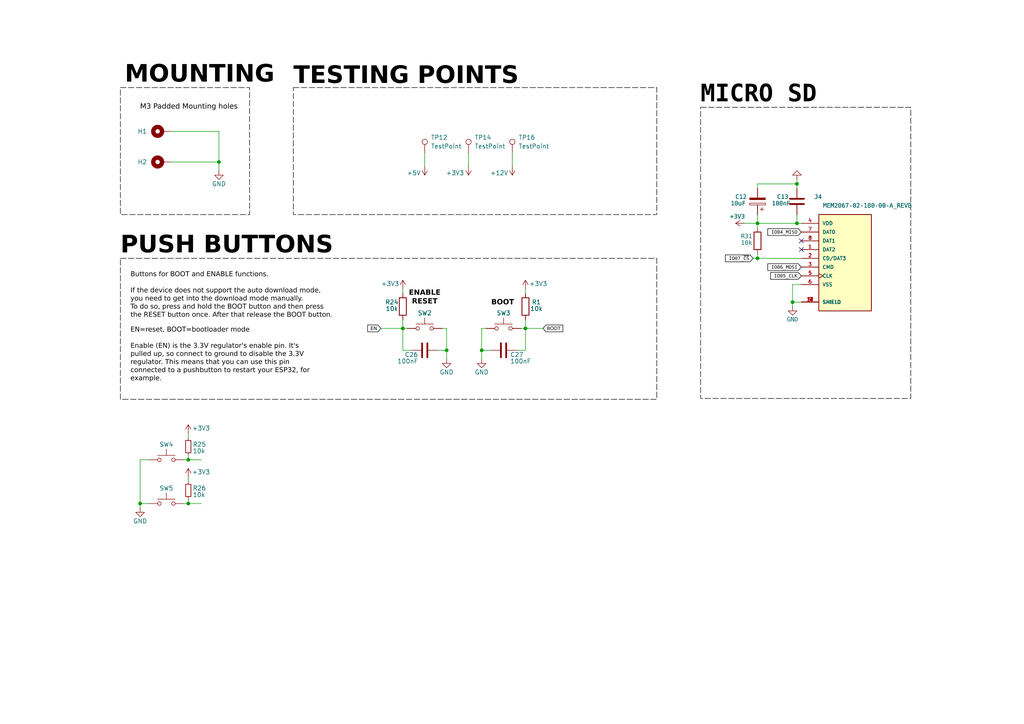
<source format=kicad_sch>
(kicad_sch (version 20250114) (generator "eeschema") (generator_version "9.0")
  (paper "A4")
  (lib_symbols
    (symbol "Connector:TestPoint" (pin_numbers (hide yes)) (pin_names (offset 0.762) (hide yes))
      (property "Reference" "TP" (at 0 6.858 0))
      (property "Value" "TestPoint" (at 0 5.08 0))
      (symbol "TestPoint_0_1"
        (circle (center 0 3.302) (radius 0.762))
      )
      (symbol "TestPoint_1_1"
        (pin passive line (at 0 0 90) (length 2.54) (name "1") (number "1"))
      )
    )
    (symbol "Device:C" (pin_numbers (hide yes)) (pin_names (offset 0.254))
      (property "Reference" "C" (at 0.635 2.54 0))
      (property "Value" "C" (at 0.635 -2.54 0))
      (symbol "C_0_1"
        (polyline (pts (xy -2.032 0.762) (xy 2.032 0.762)) (stroke (width 0.508)))
        (polyline (pts (xy -2.032 -0.762) (xy 2.032 -0.762)) (stroke (width 0.508)))
      )
      (symbol "C_1_1"
        (pin passive line (at 0 3.81 270) (length 2.794) (name "~") (number "1"))
        (pin passive line (at 0 -3.81 90) (length 2.794) (name "~") (number "2"))
      )
    )
    (symbol "Device:C_Polarized" (pin_numbers (hide yes)) (pin_names (offset 0.254))
      (property "Reference" "C" (at 0.635 2.54 0))
      (property "Value" "C_Polarized" (at 0.635 -2.54 0))
      (symbol "C_Polarized_0_1"
        (rectangle (start -2.286 0.508) (end 2.286 1.016))
        (polyline (pts (xy -1.778 2.286) (xy -0.762 2.286)))
        (polyline (pts (xy -1.27 2.794) (xy -1.27 1.778)))
        (rectangle (start 2.286 -0.508) (end -2.286 -1.016) (fill (type outline)))
      )
      (symbol "C_Polarized_1_1"
        (pin passive line (at 0 3.81 270) (length 2.794) (name "~") (number "1"))
        (pin passive line (at 0 -3.81 90) (length 2.794) (name "~") (number "2"))
      )
    )
    (symbol "Device:R" (pin_numbers (hide yes)) (pin_names (offset 0))
      (property "Reference" "R" (at 2.032 0 90))
      (property "Value" "R" (at 0 0 90))
      (symbol "R_0_1"
        (rectangle (start -1.016 -2.54) (end 1.016 2.54) (stroke (width 0.254)))
      )
      (symbol "R_1_1"
        (pin passive line (at 0 3.81 270) (length 1.27) (name "~") (number "1"))
        (pin passive line (at 0 -3.81 90) (length 1.27) (name "~") (number "2"))
      )
    )
    (symbol "Device:R_Small" (pin_numbers (hide yes)) (pin_names (offset 0.254) (hide yes))
      (property "Reference" "R" (at 0.762 0.508 0))
      (property "Value" "R_Small" (at 0.762 -1.016 0))
      (symbol "R_Small_0_1"
        (rectangle (start -0.762 1.778) (end 0.762 -1.778) (stroke (width 0.2032)))
      )
      (symbol "R_Small_1_1"
        (pin passive line (at 0 2.54 270) (length 0.762) (name "~") (number "1"))
        (pin passive line (at 0 -2.54 90) (length 0.762) (name "~") (number "2"))
      )
    )
    (symbol "Mechanical:MountingHole_Pad" (pin_numbers (hide yes)) (pin_names (offset 1.016) (hide yes))
      (property "Reference" "H" (at 0 6.35 0))
      (property "Value" "MountingHole_Pad" (at 0 4.445 0))
      (symbol "MountingHole_Pad_0_1"
        (circle (center 0 1.27) (radius 1.27) (stroke (width 1.27)))
      )
      (symbol "MountingHole_Pad_1_1"
        (pin input line (at 0 -2.54 90) (length 2.54) (name "1") (number "1"))
      )
    )
    (symbol "SchrackThingy_library:MEM2067-02-180-00-A_REVB" (pin_names (offset 1.016))
      (property "Reference" "J" (at 0 12.7117 0))
      (property "Value" "MEM2067-02-180-00-A_REVB" (at 0 -17.7826 0))
      (symbol "MEM2067-02-180-00-A_REVB_0_0"
        (rectangle (start 0 -15.24) (end 15.24 12.7) (stroke (width 0.254)) (fill (type background)))
        (pin power_in line (at -5.08 10.16 0) (length 5.08) (name "VDD") (number "4"))
        (pin bidirectional line (at -5.08 7.62 0) (length 5.08) (name "DAT0") (number "7"))
        (pin bidirectional line (at -5.08 5.08 0) (length 5.08) (name "DAT1") (number "8"))
        (pin bidirectional line (at -5.08 2.54 0) (length 5.08) (name "DAT2") (number "1"))
        (pin bidirectional line (at -5.08 0 0) (length 5.08) (name "CD/DAT3") (number "2"))
        (pin bidirectional line (at -5.08 -2.54 0) (length 5.08) (name "CMD") (number "3"))
        (pin bidirectional clock (at -5.08 -5.08 0) (length 5.08) (name "CLK") (number "5"))
        (pin power_in line (at -5.08 -7.62 0) (length 5.08) (name "VSS") (number "6"))
        (pin passive line (at -5.08 -12.7 0) (length 5.08) (name "SHIELD") (number "10"))
        (pin passive line (at -5.08 -12.7 0) (length 5.08) (name "SHIELD") (number "11"))
        (pin passive line (at -5.08 -12.7 0) (length 5.08) (name "SHIELD") (number "12"))
        (pin passive line (at -5.08 -12.7 0) (length 5.08) (name "SHIELD") (number "9"))
      )
    )
    (symbol "Switch:SW_Push" (pin_numbers (hide yes)) (pin_names (offset 1.016) (hide yes))
      (property "Reference" "SW" (at 1.27 2.54 0))
      (property "Value" "SW_Push" (at 0 -1.524 0))
      (symbol "SW_Push_0_1"
        (circle (center -2.032 0) (radius 0.508))
        (polyline (pts (xy 0 1.27) (xy 0 3.048)))
        (circle (center 2.032 0) (radius 0.508))
        (polyline (pts (xy 2.54 1.27) (xy -2.54 1.27)))
        (pin passive line (at -5.08 0 0) (length 2.54) (name "1") (number "1"))
        (pin passive line (at 5.08 0 180) (length 2.54) (name "2") (number "2"))
      )
    )
    (symbol "power:+12V" (power) (pin_numbers (hide yes)) (pin_names (offset 0) (hide yes))
      (property "Value" "+12V" (at 0 3.556 0))
      (symbol "+12V_0_1"
        (polyline (pts (xy -0.762 1.27) (xy 0 2.54)))
        (polyline (pts (xy 0 2.54) (xy 0.762 1.27)))
        (polyline (pts (xy 0 0) (xy 0 2.54)))
      )
      (symbol "+12V_1_1"
        (pin power_in line (at 0 0 90) (length 0) (name "~") (number "1"))
      )
    )
    (symbol "power:+3V3" (power) (pin_names (offset 0))
      (property "Value" "+3V3" (at 0 3.556 0))
      (symbol "+3V3_0_1"
        (polyline (pts (xy -0.762 1.27) (xy 0 2.54)))
        (polyline (pts (xy 0 2.54) (xy 0.762 1.27)))
        (polyline (pts (xy 0 0) (xy 0 2.54)))
      )
      (symbol "+3V3_1_1"
        (pin power_in line (at 0 0 90) (length 0) (hide yes) (name "+3V3") (number "1"))
      )
    )
    (symbol "power:+5V" (power) (pin_numbers (hide yes)) (pin_names (offset 0) (hide yes))
      (property "Value" "+5V" (at 0 3.556 0))
      (symbol "+5V_0_1"
        (polyline (pts (xy -0.762 1.27) (xy 0 2.54)))
        (polyline (pts (xy 0 2.54) (xy 0.762 1.27)))
        (polyline (pts (xy 0 0) (xy 0 2.54)))
      )
      (symbol "+5V_1_1"
        (pin power_in line (at 0 0 90) (length 0) (name "~") (number "1"))
      )
    )
    (symbol "power:GND" (power) (pin_names (offset 0))
      (property "Value" "GND" (at 0 -3.81 0))
      (symbol "GND_0_1"
        (polyline (pts (xy 0 0) (xy 0 -1.27) (xy 1.27 -1.27) (xy 0 -2.54) (xy -1.27 -1.27) (xy 0 -1.27)))
      )
      (symbol "GND_1_1"
        (pin power_in line (at 0 0 270) (length 0) (hide yes) (name "GND") (number "1"))
      )
    )
  )
  (rectangle (start 34.925 74.93) (end 190.5 115.824) (stroke (width 0) (type dash) (color 0 0 0 1)))
  (rectangle (start 203.2 31.115) (end 264.16 115.57) (stroke (width 0) (type dash) (color 0 0 0 1)))
  (rectangle (start 85.09 25.4) (end 190.5 62.23) (stroke (width 0) (type dash) (color 0 0 0 1)))
  (rectangle (start 34.925 25.4) (end 72.39 62.23) (stroke (width 0) (type dash) (color 0 0 0 1)))
  (text "ENABLE\nRESET" (at 123.19 88.9 0) (effects (font (size 1.5 1.5) (thickness 0.254) (bold yes)) (justify bottom)))
  (text "PUSH BUTTONS" (at 34.925 75.565 0) (effects (font (size 5 5) (bold yes)) (justify left bottom)))
  (text "BOOT" (at 145.796 89.154 0) (effects (font (size 1.5 1.5) (bold yes)) (justify bottom)))
  (text "Buttons for BOOT and ENABLE functions.\n\nIf the device does not support the auto download mode,\nyou need to get into the download mode manually. \nTo do so, press and hold the BOOT button and then press \nthe RESET button once. After that release the BOOT button." (at 37.846 92.71 0) (effects (font (size 1.4 1.4) (italic yes)) (justify left bottom)))
  (text "MOUNTING" (at 36.195 26.035 0) (effects (font (size 5 5) (bold yes)) (justify left bottom)))
  (text "EN=reset, BOOT=bootloader mode\n\nEnable (EN) is the 3.3V regulator's enable pin. It's\npulled up, so connect to ground to disable the 3.3V\nregulator. This means that you can use this pin\nconnected to a pushbutton to restart your ESP32, for\nexample." (at 37.846 111.125 0) (effects (font (size 1.4 1.4) (italic yes)) (justify left bottom)))
  (text "M3 Padded Mounting holes" (at 40.64 32.385 0) (effects (font (size 1.5 1.5)) (justify left bottom)))
  (text "TESTING POINTS" (at 85.09 23.495 0) (effects (font (size 5 5) (thickness 1.2) (bold yes)) (justify left)))
  (text "MICRO SD" (at 203.2 31.75 0) (effects (font (size 5 5) (bold yes)) (justify left bottom)))
  (junction (at 229.87 87.63))
  (junction (at 54.61 133.35))
  (junction (at 219.71 64.77))
  (junction (at 116.84 95.25))
  (junction (at 40.64 146.05))
  (junction (at 231.14 64.77))
  (junction (at 139.7 101.6))
  (junction (at 152.4 95.25))
  (junction (at 129.54 101.6))
  (junction (at 54.61 146.05))
  (junction (at 231.14 53.34))
  (junction (at 63.5 46.99))
  (junction (at 219.71 74.93))
  (no_connect (at 232.41 69.85))
  (no_connect (at 232.41 72.39))
  (wire (pts (xy 116.84 92.71) (xy 116.84 95.25)))
  (wire (pts (xy 231.14 53.34) (xy 231.14 54.61)))
  (wire (pts (xy 152.4 95.25) (xy 152.4 101.6)))
  (wire (pts (xy 219.71 53.34) (xy 219.71 54.61)))
  (wire (pts (xy 231.14 52.07) (xy 231.14 53.34)))
  (wire (pts (xy 54.61 132.08) (xy 54.61 133.35)))
  (wire (pts (xy 123.19 48.26) (xy 123.19 44.45)))
  (wire (pts (xy 129.54 95.25) (xy 128.27 95.25)))
  (wire (pts (xy 229.87 82.55) (xy 232.41 82.55)))
  (wire (pts (xy 229.87 87.63) (xy 232.41 87.63)))
  (wire (pts (xy 49.53 46.99) (xy 63.5 46.99)))
  (wire (pts (xy 149.86 101.6) (xy 152.4 101.6)))
  (wire (pts (xy 148.59 48.26) (xy 148.59 44.45)))
  (wire (pts (xy 152.4 95.25) (xy 151.13 95.25)))
  (wire (pts (xy 40.64 147.32) (xy 40.64 146.05)))
  (wire (pts (xy 54.61 133.35) (xy 58.42 133.35)))
  (wire (pts (xy 139.7 104.14) (xy 139.7 101.6)))
  (wire (pts (xy 219.71 73.66) (xy 219.71 74.93)))
  (wire (pts (xy 231.14 64.77) (xy 232.41 64.77)))
  (wire (pts (xy 63.5 46.99) (xy 63.5 49.53)))
  (wire (pts (xy 129.54 95.25) (xy 129.54 101.6)))
  (wire (pts (xy 139.7 95.25) (xy 139.7 101.6)))
  (wire (pts (xy 152.4 95.25) (xy 157.48 95.25)))
  (wire (pts (xy 54.61 125.73) (xy 54.61 127)))
  (wire (pts (xy 219.71 64.77) (xy 219.71 66.04)))
  (wire (pts (xy 219.71 74.93) (xy 232.41 74.93)))
  (wire (pts (xy 229.87 88.9) (xy 229.87 87.63)))
  (wire (pts (xy 152.4 92.71) (xy 152.4 95.25)))
  (wire (pts (xy 40.64 133.35) (xy 40.64 146.05)))
  (wire (pts (xy 139.7 101.6) (xy 142.24 101.6)))
  (wire (pts (xy 54.61 146.05) (xy 53.34 146.05)))
  (wire (pts (xy 135.89 48.26) (xy 135.89 44.45)))
  (wire (pts (xy 54.61 144.78) (xy 54.61 146.05)))
  (wire (pts (xy 40.64 146.05) (xy 43.18 146.05)))
  (wire (pts (xy 139.7 95.25) (xy 140.97 95.25)))
  (wire (pts (xy 54.61 138.43) (xy 54.61 139.7)))
  (wire (pts (xy 40.64 133.35) (xy 43.18 133.35)))
  (wire (pts (xy 49.53 38.1) (xy 63.5 38.1)))
  (wire (pts (xy 129.54 104.14) (xy 129.54 101.6)))
  (wire (pts (xy 218.44 74.93) (xy 219.71 74.93)))
  (wire (pts (xy 129.54 101.6) (xy 127 101.6)))
  (wire (pts (xy 116.84 85.09) (xy 116.84 83.82)))
  (wire (pts (xy 231.14 62.23) (xy 231.14 64.77)))
  (wire (pts (xy 58.42 146.05) (xy 54.61 146.05)))
  (wire (pts (xy 110.49 95.25) (xy 116.84 95.25)))
  (wire (pts (xy 219.71 64.77) (xy 231.14 64.77)))
  (wire (pts (xy 152.4 85.09) (xy 152.4 83.82)))
  (wire (pts (xy 229.87 87.63) (xy 229.87 82.55)))
  (wire (pts (xy 116.84 95.25) (xy 116.84 101.6)))
  (wire (pts (xy 119.38 101.6) (xy 116.84 101.6)))
  (wire (pts (xy 215.9 64.77) (xy 219.71 64.77)))
  (wire (pts (xy 53.34 133.35) (xy 54.61 133.35)))
  (wire (pts (xy 219.71 62.23) (xy 219.71 64.77)))
  (wire (pts (xy 116.84 95.25) (xy 118.11 95.25)))
  (wire (pts (xy 231.14 53.34) (xy 219.71 53.34)))
  (wire (pts (xy 63.5 38.1) (xy 63.5 46.99)))
  (global_label "IO04_MISO" (shape input) (at 232.41 67.31 180) (effects (font (size 1 1))) (property "Intersheetrefs" "${INTERSHEET_REFS}" (effects (hide yes))))
  (global_label "BOOT" (shape input) (at 157.48 95.25 0) (effects (font (size 1 1))) (property "Intersheetrefs" "${INTERSHEET_REFS}" (effects (hide yes))))
  (global_label "IO05_CLK" (shape input) (at 232.41 80.01 180) (effects (font (size 1 1))) (property "Intersheetrefs" "${INTERSHEET_REFS}" (effects (hide yes))))
  (global_label "IO06_MOSI" (shape input) (at 232.41 77.47 180) (effects (font (size 1 1))) (property "Intersheetrefs" "${INTERSHEET_REFS}" (effects (hide yes))))
  (global_label "IO07_~{CS}" (shape input) (at 218.44 74.93 180) (effects (font (size 1 1))) (property "Intersheetrefs" "${INTERSHEET_REFS}" (effects (hide yes))))
  (global_label "EN" (shape input) (at 110.49 95.25 180) (effects (font (size 1 1))) (property "Intersheetrefs" "${INTERSHEET_REFS}" (effects (hide yes))))
  (symbol (lib_id "Connector:TestPoint") (at 148.59 44.45 0) (unit 1)
    (property "Reference" "TP16" (at 150.368 39.878 0) (effects (justify left)))
    (property "Value" "TestPoint" (at 150.368 42.418 0) (effects (justify left)))
    (property "Footprint" "TestPoint:TestPoint_Pad_D1.0mm" (effects (hide yes)))
    (property "Description" "test point" (effects (hide yes)))
  )
  (symbol (lib_id "power:+3V3") (at 135.89 48.26 180) (unit 1)
    (property "Reference" "#PWR076" (effects (hide yes)))
    (property "Value" "+3V3" (at 134.62 50.165 0) (effects (justify left)))
  )
  (symbol (lib_id "Device:R") (at 116.84 88.9 180) (unit 1)
    (property "Reference" "R24" (at 113.665 87.63 0))
    (property "Value" "10k" (at 113.665 89.535 0))
    (property "Footprint" "Resistor_SMD:R_0805_2012Metric_Pad1.20x1.40mm_HandSolder" (effects (hide yes)))
  )
  (symbol (lib_id "power:GND") (at 129.54 104.14 0) (mirror y) (unit 1)
    (property "Reference" "#PWR077" (effects (hide yes)))
    (property "Value" "GND" (at 129.54 107.95 0))
  )
  (symbol (lib_id "power:+3V3") (at 54.61 138.43 0) (mirror y) (unit 1)
    (property "Reference" "#PWR082" (effects (hide yes)))
    (property "Value" "+3V3" (at 60.96 136.906 0) (effects (justify left)))
  )
  (symbol (lib_id "power:GND") (at 229.87 88.9 0) (unit 1)
    (property "Reference" "#PWR0105" (effects (hide yes)))
    (property "Value" "GND" (at 229.87 92.71 0))
  )
  (symbol (lib_id "Device:C") (at 123.19 101.6 90) (unit 1)
    (property "Reference" "C26" (at 121.285 102.87 90) (effects (justify left)))
    (property "Value" "100nF" (at 121.285 104.775 90) (effects (justify left)))
    (property "Footprint" "Capacitor_SMD:C_0805_2012Metric_Pad1.18x1.45mm_HandSolder" (effects (hide yes)))
  )
  (symbol (lib_id "Switch:SW_Push") (at 123.19 95.25 0) (mirror y) (unit 1)
    (property "Reference" "SW2" (at 123.19 90.805 0))
    (property "Value" "SW_Push" (effects (hide yes)))
    (property "Footprint" "sumec_brd:SW_SPST_EVQPE1" (effects (hide yes)))
    (property "Datasheet" "https://cz.mouser.com/ProductDetail/Panasonic/EVQ-PE104K?qs=wX5mvoJE4NGLiYsCBZAptQ%3D%3D" (effects (hide yes)))
  )
  (symbol (lib_id "Switch:SW_Push") (at 48.26 146.05 0) (unit 1)
    (property "Reference" "SW5" (at 48.26 141.605 0))
    (property "Value" "SW_Push" (effects (hide yes)))
    (property "Footprint" "sumec_brd:SW_SPST_EVQPE1" (effects (hide yes)))
  )
  (symbol (lib_id "Device:C") (at 146.05 101.6 270) (mirror x) (unit 1)
    (property "Reference" "C27" (at 147.955 102.87 90) (effects (justify left)))
    (property "Value" "100nF" (at 147.955 104.775 90) (effects (justify left)))
    (property "Footprint" "Capacitor_SMD:C_0805_2012Metric_Pad1.18x1.45mm_HandSolder" (effects (hide yes)))
  )
  (symbol (lib_id "Mechanical:MountingHole_Pad") (at 46.99 46.99 90) (unit 1) (in_bom no)
    (property "Reference" "H2" (at 41.275 46.99 90))
    (property "Value" "Mounting Hole M3" (effects (hide yes)))
    (property "Footprint" "MountingHole:MountingHole_3.2mm_M3_Pad_Via" (effects (hide yes)))
    (property "Description" "Mounting Hole with connection" (effects (hide yes)))
  )
  (symbol (lib_id "power:GND") (at 40.64 147.32 0) (mirror y) (unit 1)
    (property "Reference" "#PWR080" (effects (hide yes)))
    (property "Value" "GND" (at 40.64 151.13 0))
  )
  (symbol (lib_id "power:+3V3") (at 152.4 83.82 0) (mirror y) (unit 1)
    (property "Reference" "#PWR057" (effects (hide yes)))
    (property "Value" "+3V3" (at 158.75 82.296 0) (effects (justify left)))
  )
  (symbol (lib_id "power:+3V3") (at 215.9 64.77 90) (unit 1)
    (property "Reference" "#PWR0104" (effects (hide yes)))
    (property "Value" "+3V3" (at 216.535 62.865 90) (effects (justify left)))
  )
  (symbol (lib_id "Device:C_Polarized") (at 219.71 58.42 180) (unit 1)
    (property "Reference" "C12" (at 216.535 57.15 0) (effects (justify left)))
    (property "Value" "10uF" (at 216.535 59.055 0) (effects (justify left)))
    (property "Footprint" "Capacitor_Tantalum_SMD:CP_EIA-3216-18_Kemet-A_Pad1.58x1.35mm_HandSolder" (effects (hide yes)))
    (property "Description" "Polarized capacitor" (effects (hide yes)))
  )
  (symbol (lib_id "Switch:SW_Push") (at 146.05 95.25 0) (unit 1)
    (property "Reference" "SW3" (at 146.05 90.805 0))
    (property "Value" "SW_Push" (effects (hide yes)))
    (property "Footprint" "sumec_brd:SW_SPST_EVQPE1" (effects (hide yes)))
  )
  (symbol (lib_id "power:GND") (at 231.14 52.07 180) (unit 1)
    (property "Reference" "#PWR0106" (effects (hide yes)))
    (property "Value" "GND" (effects (hide yes)))
  )
  (symbol (lib_id "SchrackThingy_library:MEM2067-02-180-00-A_REVB") (at 237.49 74.93 0) (unit 1)
    (property "Reference" "J4" (at 236.22 57.15 0) (effects (justify left)))
    (property "Value" "MEM2067-02-180-00-A_REVB" (at 236.22 59.69 0) (effects (justify left)))
    (property "Footprint" "Schrack_brd:MICRO_SD_CARD" (effects (hide yes)))
    (property "MF" "Global Connector Technology" (effects (hide yes)))
    (property "Description_1" "\n8 Position Card Connector microSD Surface Mount, Right Angle Gold\n" (effects (hide yes)))
    (property "Package" "None" (effects (hide yes)))
    (property "Price" "None" (effects (hide yes)))
    (property "Check_prices" "https://www.snapeda.com/parts/MEM2067-02-180-00-A/Global+Connector+Technology/view-part/?ref=eda" (effects (hide yes)))
    (property "SnapEDA_Link" "https://www.snapeda.com/parts/MEM2067-02-180-00-A/Global+Connector+Technology/view-part/?ref=snap" (effects (hide yes)))
    (property "MP" "MEM2067-02-180-00-A" (effects (hide yes)))
    (property "Purchase-URL" "https://www.snapeda.com/api/url_track_click_mouser/?unipart_id=779218&manufacturer=Global Connector Technology&part_name=MEM2067-02-180-00-A&search_term=None" (effects (hide yes)))
    (property "Availability" "Not in stock" (effects (hide yes)))
    (property "MANUFACTURER" "GCT" (effects (hide yes)))
  )
  (symbol (lib_id "Device:R") (at 152.4 88.9 0) (mirror x) (unit 1)
    (property "Reference" "R1" (at 155.575 87.63 0))
    (property "Value" "10k" (at 155.575 89.535 0))
    (property "Footprint" "Resistor_SMD:R_0805_2012Metric_Pad1.20x1.40mm_HandSolder" (effects (hide yes)))
  )
  (symbol (lib_id "Switch:SW_Push") (at 48.26 133.35 0) (unit 1)
    (property "Reference" "SW4" (at 48.26 128.905 0))
    (property "Value" "SW_Push" (effects (hide yes)))
    (property "Footprint" "sumec_brd:SW_SPST_EVQPE1" (effects (hide yes)))
  )
  (symbol (lib_id "Connector:TestPoint") (at 135.89 44.45 0) (unit 1)
    (property "Reference" "TP14" (at 137.668 39.878 0) (effects (justify left)))
    (property "Value" "TestPoint" (at 137.668 42.418 0) (effects (justify left)))
    (property "Footprint" "TestPoint:TestPoint_Pad_D1.0mm" (effects (hide yes)))
    (property "Description" "test point" (effects (hide yes)))
  )
  (symbol (lib_id "Device:C") (at 231.14 58.42 0) (mirror x) (unit 1)
    (property "Reference" "C13" (at 225.425 57.15 0) (effects (justify left)))
    (property "Value" "100nF" (at 223.52 59.055 0) (effects (justify left)))
    (property "Footprint" "Capacitor_SMD:C_0805_2012Metric_Pad1.18x1.45mm_HandSolder" (effects (hide yes)))
  )
  (symbol (lib_id "Device:R_Small") (at 54.61 129.54 0) (unit 1)
    (property "Reference" "R25" (at 55.88 128.905 0) (effects (justify left)))
    (property "Value" "10k" (at 55.88 130.81 0) (effects (justify left)))
    (property "Footprint" "Resistor_SMD:R_0805_2012Metric_Pad1.20x1.40mm_HandSolder" (effects (hide yes)))
    (property "Description" "Resistor, small symbol" (effects (hide yes)))
  )
  (symbol (lib_id "power:+3V3") (at 116.84 83.82 0) (unit 1)
    (property "Reference" "#PWR075" (effects (hide yes)))
    (property "Value" "+3V3" (at 110.49 82.296 0) (effects (justify left)))
  )
  (symbol (lib_id "power:GND") (at 63.5 49.53 0) (unit 1)
    (property "Reference" "#PWR073" (effects (hide yes)))
    (property "Value" "GND" (at 63.5 53.34 0))
    (property "Description" "Power symbol creates a global label with name \"GND\" , ground" (effects (hide yes)))
  )
  (symbol (lib_id "Mechanical:MountingHole_Pad") (at 46.99 38.1 90) (unit 1) (in_bom no)
    (property "Reference" "H1" (at 41.275 38.1 90))
    (property "Value" "Mounting Hole M3" (effects (hide yes)))
    (property "Footprint" "MountingHole:MountingHole_3.2mm_M3_Pad_Via" (effects (hide yes)))
    (property "Description" "Mounting Hole with connection" (effects (hide yes)))
  )
  (symbol (lib_id "Connector:TestPoint") (at 123.19 44.45 0) (unit 1)
    (property "Reference" "TP12" (at 124.968 39.878 0) (effects (justify left)))
    (property "Value" "TestPoint" (at 124.968 42.418 0) (effects (justify left)))
    (property "Footprint" "TestPoint:TestPoint_Pad_D1.0mm" (effects (hide yes)))
    (property "Description" "test point" (effects (hide yes)))
  )
  (symbol (lib_id "Device:R") (at 219.71 69.85 180) (unit 1)
    (property "Reference" "R31" (at 216.535 68.58 0))
    (property "Value" "10k" (at 216.535 70.485 0))
    (property "Footprint" "Resistor_SMD:R_0805_2012Metric_Pad1.20x1.40mm_HandSolder" (effects (hide yes)))
  )
  (symbol (lib_id "power:GND") (at 139.7 104.14 0) (unit 1)
    (property "Reference" "#PWR079" (effects (hide yes)))
    (property "Value" "GND" (at 139.7 107.95 0))
  )
  (symbol (lib_id "Device:R_Small") (at 54.61 142.24 0) (unit 1)
    (property "Reference" "R26" (at 55.88 141.605 0) (effects (justify left)))
    (property "Value" "10k" (at 55.88 143.51 0) (effects (justify left)))
    (property "Footprint" "Resistor_SMD:R_0805_2012Metric_Pad1.20x1.40mm_HandSolder" (effects (hide yes)))
    (property "Description" "Resistor, small symbol" (effects (hide yes)))
  )
  (symbol (lib_id "power:+5V") (at 123.19 48.26 180) (unit 1)
    (property "Reference" "#PWR074" (effects (hide yes)))
    (property "Value" "+5V" (at 120.015 50.165 0))
    (property "Description" "Power symbol creates a global label with name \"+5V\"" (effects (hide yes)))
  )
  (symbol (lib_id "power:+12V") (at 148.59 48.26 180) (unit 1)
    (property "Reference" "#PWR078" (effects (hide yes)))
    (property "Value" "+12V" (at 144.78 50.165 0))
    (property "Description" "Power symbol creates a global label with name \"+12V\"" (effects (hide yes)))
  )
  (symbol (lib_id "power:+3V3") (at 54.61 125.73 0) (mirror y) (unit 1)
    (property "Reference" "#PWR081" (effects (hide yes)))
    (property "Value" "+3V3" (at 60.96 124.206 0) (effects (justify left)))
  )
)
</source>
